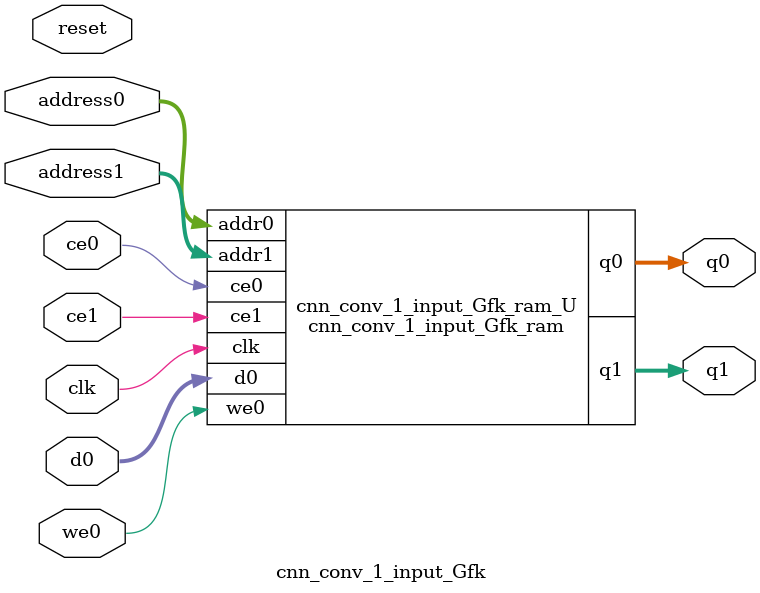
<source format=v>
`timescale 1 ns / 1 ps
module cnn_conv_1_input_Gfk_ram (addr0, ce0, d0, we0, q0, addr1, ce1, q1,  clk);

parameter DWIDTH = 14;
parameter AWIDTH = 9;
parameter MEM_SIZE = 392;

input[AWIDTH-1:0] addr0;
input ce0;
input[DWIDTH-1:0] d0;
input we0;
output reg[DWIDTH-1:0] q0;
input[AWIDTH-1:0] addr1;
input ce1;
output reg[DWIDTH-1:0] q1;
input clk;

(* ram_style = "block" *)reg [DWIDTH-1:0] ram[0:MEM_SIZE-1];




always @(posedge clk)  
begin 
    if (ce0) 
    begin
        if (we0) 
        begin 
            ram[addr0] <= d0; 
        end 
        q0 <= ram[addr0];
    end
end


always @(posedge clk)  
begin 
    if (ce1) 
    begin
        q1 <= ram[addr1];
    end
end


endmodule

`timescale 1 ns / 1 ps
module cnn_conv_1_input_Gfk(
    reset,
    clk,
    address0,
    ce0,
    we0,
    d0,
    q0,
    address1,
    ce1,
    q1);

parameter DataWidth = 32'd14;
parameter AddressRange = 32'd392;
parameter AddressWidth = 32'd9;
input reset;
input clk;
input[AddressWidth - 1:0] address0;
input ce0;
input we0;
input[DataWidth - 1:0] d0;
output[DataWidth - 1:0] q0;
input[AddressWidth - 1:0] address1;
input ce1;
output[DataWidth - 1:0] q1;



cnn_conv_1_input_Gfk_ram cnn_conv_1_input_Gfk_ram_U(
    .clk( clk ),
    .addr0( address0 ),
    .ce0( ce0 ),
    .we0( we0 ),
    .d0( d0 ),
    .q0( q0 ),
    .addr1( address1 ),
    .ce1( ce1 ),
    .q1( q1 ));

endmodule


</source>
